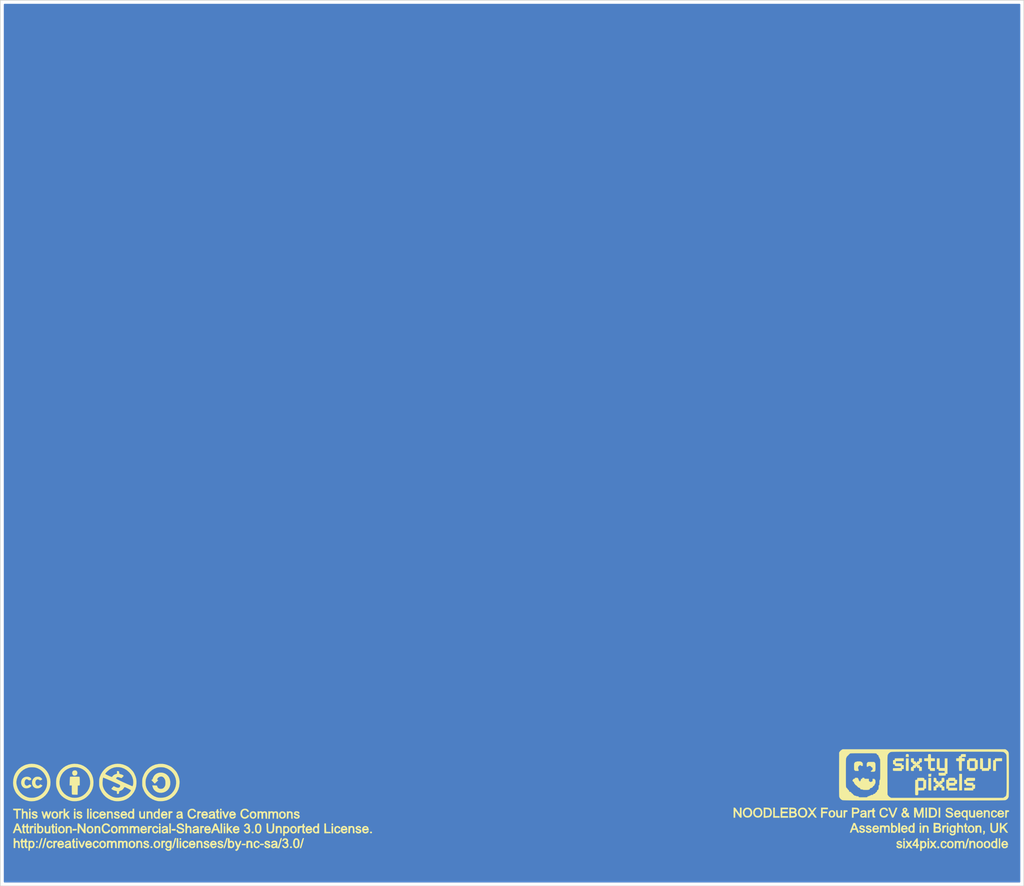
<source format=kicad_pcb>
(kicad_pcb (version 20171130) (host pcbnew "(5.1.2)-2")
  (layers (0 F.Cu signal) (31 B.Cu signal) (34 B.Paste user) (35 F.Paste user) (36 B.SilkS user) (37 F.SilkS user) (38 B.Mask user) (39 F.Mask user) (44 Edge.Cuts user))
  (net 0 "")
  (module LOGO (layer F.Cu) (at 0 0)
    (fp_text reference G*** hide)
    (fp_text value LOGO hide)
  )
  (module LOGO (layer F.Cu) (at 0 0)
    (fp_text reference G*** hide)
    (fp_text value LOGO hide)
  )
  (gr_line (start 82.1 -71.1) (end 82.1 70.9) (layer Edge.Cuts) (width 0.1))
  (gr_line (start 82.1 70.9) (end -81.9 70.9) (layer Edge.Cuts) (width 0.1))
  (gr_line (start -81.9 70.9) (end -81.9 -71.1) (layer Edge.Cuts) (width 0.1))
  (gr_line (start -81.9 -71.1) (end 82.1 -71.1) (layer Edge.Cuts) (width 0.1))
  (gr_line (start 82.1 -71.1) (end 82.1 -71.1) (layer Edge.Cuts) (width 0.1))
  (zone (net 0) (net_name "") (layer B.Cu) (connect_pads (clearance 0.508)) (min_thickness 0.254) (fill yes (arc_segments 32) (thermal_gap 0.508) (thermal_bridge_width 0.508))
    (polygon (pts (xy -81.911657 -71.085117) (xy 82.090502 -71.09435) (xy 82.079911 70.90712) (xy -81.890231 70.888882)))
  )
)
</source>
